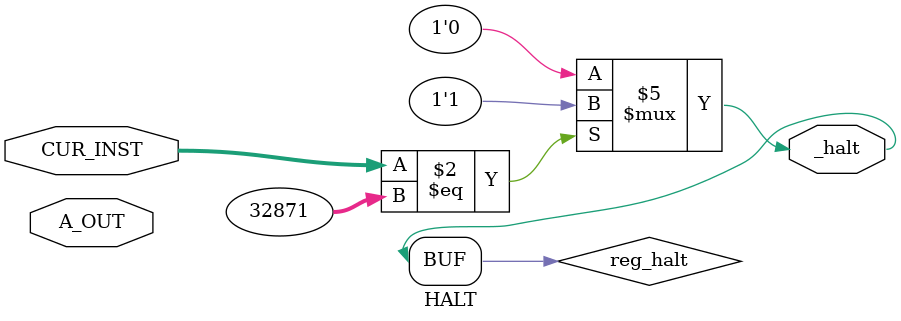
<source format=v>
module HALT(

	input [31:0] CUR_INST,
	input [31:0] A_OUT,

	output _halt

	);

	reg reg_halt;
	assign _halt = reg_halt;
	initial reg_halt = 0;

	always@ (CUR_INST) begin
		if ((CUR_INST == 32'h00008067)) reg_halt = 1;
		else reg_halt = 0;
	end

endmodule

</source>
